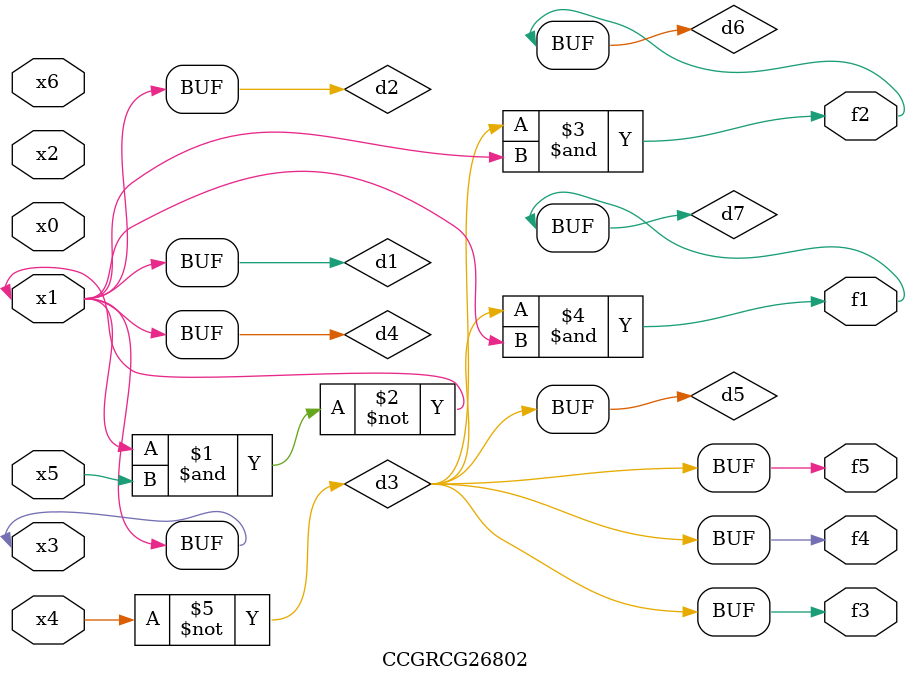
<source format=v>
module CCGRCG26802(
	input x0, x1, x2, x3, x4, x5, x6,
	output f1, f2, f3, f4, f5
);

	wire d1, d2, d3, d4, d5, d6, d7;

	buf (d1, x1, x3);
	nand (d2, x1, x5);
	not (d3, x4);
	buf (d4, d1, d2);
	buf (d5, d3);
	and (d6, d3, d4);
	and (d7, d3, d4);
	assign f1 = d7;
	assign f2 = d6;
	assign f3 = d5;
	assign f4 = d5;
	assign f5 = d5;
endmodule

</source>
